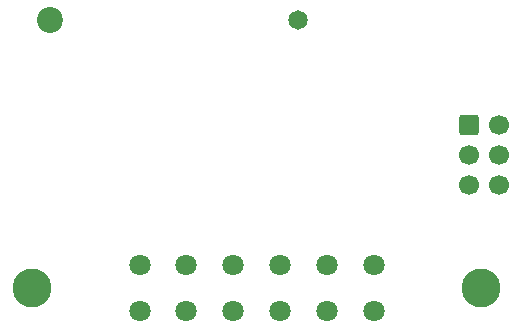
<source format=gbr>
%TF.GenerationSoftware,KiCad,Pcbnew,7.0.8*%
%TF.CreationDate,2023-11-03T15:22:21-05:00*%
%TF.ProjectId,tapecart-sd-vertical,74617065-6361-4727-942d-73642d766572,rev?*%
%TF.SameCoordinates,Original*%
%TF.FileFunction,Soldermask,Bot*%
%TF.FilePolarity,Negative*%
%FSLAX46Y46*%
G04 Gerber Fmt 4.6, Leading zero omitted, Abs format (unit mm)*
G04 Created by KiCad (PCBNEW 7.0.8) date 2023-11-03 15:22:21*
%MOMM*%
%LPD*%
G01*
G04 APERTURE LIST*
G04 Aperture macros list*
%AMRoundRect*
0 Rectangle with rounded corners*
0 $1 Rounding radius*
0 $2 $3 $4 $5 $6 $7 $8 $9 X,Y pos of 4 corners*
0 Add a 4 corners polygon primitive as box body*
4,1,4,$2,$3,$4,$5,$6,$7,$8,$9,$2,$3,0*
0 Add four circle primitives for the rounded corners*
1,1,$1+$1,$2,$3*
1,1,$1+$1,$4,$5*
1,1,$1+$1,$6,$7*
1,1,$1+$1,$8,$9*
0 Add four rect primitives between the rounded corners*
20,1,$1+$1,$2,$3,$4,$5,0*
20,1,$1+$1,$4,$5,$6,$7,0*
20,1,$1+$1,$6,$7,$8,$9,0*
20,1,$1+$1,$8,$9,$2,$3,0*%
G04 Aperture macros list end*
%ADD10C,1.650000*%
%ADD11C,2.200000*%
%ADD12RoundRect,0.250000X-0.600000X-0.600000X0.600000X-0.600000X0.600000X0.600000X-0.600000X0.600000X0*%
%ADD13C,1.700000*%
%ADD14C,3.300000*%
%ADD15C,1.800000*%
G04 APERTURE END LIST*
D10*
%TO.C,J3*%
X160506000Y-105346000D03*
D11*
X139506000Y-105346000D03*
%TD*%
D12*
%TO.C,J2*%
X175006000Y-114173000D03*
D13*
X177546000Y-114173000D03*
X175006000Y-116713000D03*
X177546000Y-116713000D03*
X175006000Y-119253000D03*
X177546000Y-119253000D03*
%TD*%
D14*
%TO.C,J1*%
X176025000Y-128016000D03*
X137975000Y-128016000D03*
D15*
X147100000Y-126036000D03*
X151060000Y-126036000D03*
X155020000Y-126036000D03*
X158980000Y-126036000D03*
X162940000Y-126036000D03*
X166900000Y-126036000D03*
X147100000Y-129996000D03*
X151060000Y-129996000D03*
X155020000Y-129996000D03*
X158980000Y-129996000D03*
X162940000Y-129996000D03*
X166900000Y-129996000D03*
%TD*%
M02*

</source>
